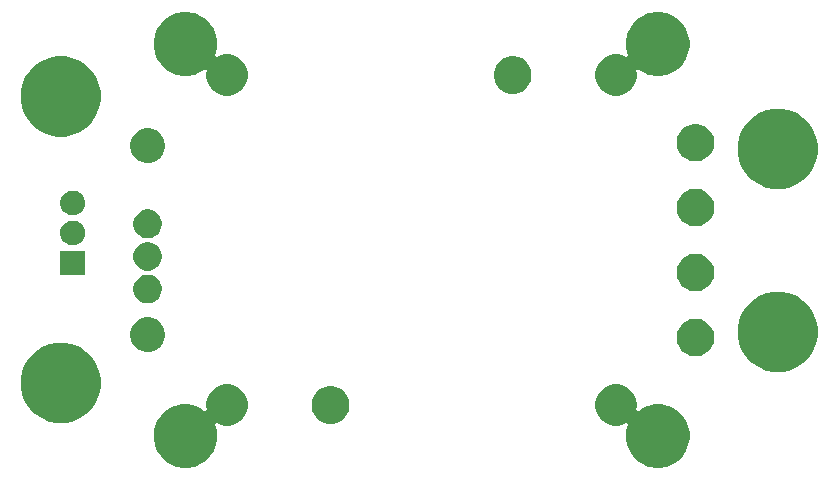
<source format=gbr>
G04 #@! TF.GenerationSoftware,KiCad,Pcbnew,(5.0.2)-1*
G04 #@! TF.CreationDate,2019-03-07T00:09:40-05:00*
G04 #@! TF.ProjectId,vicor-socket,7669636f-722d-4736-9f63-6b65742e6b69,rev?*
G04 #@! TF.SameCoordinates,Original*
G04 #@! TF.FileFunction,Soldermask,Top*
G04 #@! TF.FilePolarity,Negative*
%FSLAX46Y46*%
G04 Gerber Fmt 4.6, Leading zero omitted, Abs format (unit mm)*
G04 Created by KiCad (PCBNEW (5.0.2)-1) date 3/7/2019 12:09:40 AM*
%MOMM*%
%LPD*%
G01*
G04 APERTURE LIST*
%ADD10C,0.100000*%
G04 APERTURE END LIST*
D10*
G36*
X47531456Y-24452252D02*
X47849936Y-24584171D01*
X48136560Y-24775687D01*
X48380314Y-25019441D01*
X48571830Y-25306065D01*
X48703749Y-25624545D01*
X48712760Y-25669849D01*
X48771000Y-25962641D01*
X48771000Y-26307362D01*
X48736794Y-26479326D01*
X48734392Y-26503712D01*
X48736794Y-26528098D01*
X48743907Y-26551547D01*
X48755458Y-26573158D01*
X48771004Y-26592100D01*
X48789946Y-26607646D01*
X48811556Y-26619197D01*
X48835006Y-26626310D01*
X48859392Y-26628712D01*
X48883778Y-26626310D01*
X48907227Y-26619197D01*
X48928838Y-26607646D01*
X49274440Y-26376722D01*
X49608710Y-26238263D01*
X49764897Y-26173568D01*
X49938453Y-26139046D01*
X50285564Y-26070001D01*
X50816436Y-26070001D01*
X51163547Y-26139046D01*
X51337103Y-26173568D01*
X51493290Y-26238263D01*
X51827560Y-26376722D01*
X52268965Y-26671660D01*
X52644341Y-27047036D01*
X52939279Y-27488441D01*
X53021029Y-27685803D01*
X53142433Y-27978898D01*
X53176955Y-28152454D01*
X53246000Y-28499565D01*
X53246000Y-29030437D01*
X53142433Y-29551103D01*
X52939279Y-30041561D01*
X52644341Y-30482966D01*
X52268965Y-30858342D01*
X51827560Y-31153280D01*
X51540257Y-31272285D01*
X51337103Y-31356434D01*
X51163547Y-31390956D01*
X50816436Y-31460001D01*
X50285564Y-31460001D01*
X49938453Y-31390956D01*
X49764897Y-31356434D01*
X49561743Y-31272285D01*
X49274440Y-31153280D01*
X48833035Y-30858342D01*
X48457659Y-30482966D01*
X48162721Y-30041561D01*
X47959567Y-29551103D01*
X47856000Y-29030437D01*
X47856000Y-28499565D01*
X47897427Y-28291299D01*
X47959567Y-27978898D01*
X48013324Y-27849118D01*
X48020435Y-27825674D01*
X48022837Y-27801288D01*
X48020435Y-27776902D01*
X48013322Y-27753453D01*
X48001771Y-27731842D01*
X47986225Y-27712900D01*
X47967283Y-27697354D01*
X47945673Y-27685803D01*
X47922223Y-27678690D01*
X47897837Y-27676288D01*
X47873451Y-27678690D01*
X47850002Y-27685803D01*
X47849939Y-27685829D01*
X47849936Y-27685831D01*
X47531456Y-27817750D01*
X47193360Y-27885001D01*
X46848640Y-27885001D01*
X46510544Y-27817750D01*
X46192064Y-27685831D01*
X45905440Y-27494315D01*
X45661686Y-27250561D01*
X45470170Y-26963937D01*
X45338251Y-26645457D01*
X45271000Y-26307361D01*
X45271000Y-25962641D01*
X45338251Y-25624545D01*
X45470170Y-25306065D01*
X45661686Y-25019441D01*
X45905440Y-24775687D01*
X46192064Y-24584171D01*
X46510544Y-24452252D01*
X46848640Y-24385001D01*
X47193360Y-24385001D01*
X47531456Y-24452252D01*
X47531456Y-24452252D01*
G37*
G36*
X14591456Y-24452252D02*
X14909936Y-24584171D01*
X15196560Y-24775687D01*
X15440314Y-25019441D01*
X15631830Y-25306065D01*
X15763749Y-25624545D01*
X15831000Y-25962641D01*
X15831000Y-26307361D01*
X15763749Y-26645457D01*
X15631830Y-26963937D01*
X15440314Y-27250561D01*
X15196560Y-27494315D01*
X14909936Y-27685831D01*
X14591456Y-27817750D01*
X14253360Y-27885001D01*
X13908640Y-27885001D01*
X13570544Y-27817750D01*
X13252064Y-27685831D01*
X13252061Y-27685829D01*
X13251998Y-27685803D01*
X13228549Y-27678690D01*
X13204163Y-27676288D01*
X13179777Y-27678690D01*
X13156327Y-27685803D01*
X13134717Y-27697354D01*
X13115775Y-27712900D01*
X13100229Y-27731842D01*
X13088678Y-27753453D01*
X13081565Y-27776902D01*
X13079163Y-27801288D01*
X13081565Y-27825674D01*
X13088676Y-27849118D01*
X13142433Y-27978898D01*
X13204573Y-28291299D01*
X13246000Y-28499565D01*
X13246000Y-29030437D01*
X13142433Y-29551103D01*
X12939279Y-30041561D01*
X12644341Y-30482966D01*
X12268965Y-30858342D01*
X11827560Y-31153280D01*
X11540257Y-31272285D01*
X11337103Y-31356434D01*
X11163547Y-31390956D01*
X10816436Y-31460001D01*
X10285564Y-31460001D01*
X9938453Y-31390956D01*
X9764897Y-31356434D01*
X9561743Y-31272285D01*
X9274440Y-31153280D01*
X8833035Y-30858342D01*
X8457659Y-30482966D01*
X8162721Y-30041561D01*
X7959567Y-29551103D01*
X7856000Y-29030437D01*
X7856000Y-28499565D01*
X7925045Y-28152454D01*
X7959567Y-27978898D01*
X8080971Y-27685803D01*
X8162721Y-27488441D01*
X8457659Y-27047036D01*
X8833035Y-26671660D01*
X9274440Y-26376722D01*
X9608710Y-26238263D01*
X9764897Y-26173568D01*
X9938453Y-26139046D01*
X10285564Y-26070001D01*
X10816436Y-26070001D01*
X11163547Y-26139046D01*
X11337103Y-26173568D01*
X11493290Y-26238263D01*
X11827560Y-26376722D01*
X12173162Y-26607646D01*
X12194772Y-26619197D01*
X12218222Y-26626310D01*
X12242608Y-26628712D01*
X12266994Y-26626310D01*
X12290443Y-26619197D01*
X12312054Y-26607646D01*
X12330996Y-26592100D01*
X12346542Y-26573158D01*
X12358093Y-26551548D01*
X12365206Y-26528098D01*
X12367608Y-26503712D01*
X12365206Y-26479326D01*
X12331000Y-26307362D01*
X12331000Y-25962641D01*
X12389240Y-25669849D01*
X12398251Y-25624545D01*
X12530170Y-25306065D01*
X12721686Y-25019441D01*
X12965440Y-24775687D01*
X13252064Y-24584171D01*
X13570544Y-24452252D01*
X13908640Y-24385001D01*
X14253360Y-24385001D01*
X14591456Y-24452252D01*
X14591456Y-24452252D01*
G37*
G36*
X23041944Y-24548723D02*
X23306244Y-24601295D01*
X23596516Y-24721530D01*
X23857754Y-24896083D01*
X24079918Y-25118247D01*
X24254471Y-25379485D01*
X24374706Y-25669757D01*
X24419501Y-25894961D01*
X24436000Y-25977906D01*
X24436000Y-26292096D01*
X24432963Y-26307362D01*
X24374706Y-26600245D01*
X24254471Y-26890517D01*
X24079918Y-27151755D01*
X23857754Y-27373919D01*
X23596516Y-27548472D01*
X23306244Y-27668707D01*
X23041944Y-27721279D01*
X22998095Y-27730001D01*
X22683905Y-27730001D01*
X22640056Y-27721279D01*
X22375756Y-27668707D01*
X22085484Y-27548472D01*
X21824246Y-27373919D01*
X21602082Y-27151755D01*
X21427529Y-26890517D01*
X21307294Y-26600245D01*
X21249037Y-26307362D01*
X21246000Y-26292096D01*
X21246000Y-25977906D01*
X21262499Y-25894961D01*
X21307294Y-25669757D01*
X21427529Y-25379485D01*
X21602082Y-25118247D01*
X21824246Y-24896083D01*
X22085484Y-24721530D01*
X22375756Y-24601295D01*
X22640056Y-24548723D01*
X22683905Y-24540001D01*
X22998095Y-24540001D01*
X23041944Y-24548723D01*
X23041944Y-24548723D01*
G37*
G36*
X991743Y-20987660D02*
X1610503Y-21243958D01*
X2167377Y-21616050D01*
X2640950Y-22089623D01*
X3013042Y-22646497D01*
X3269340Y-23265257D01*
X3400000Y-23922128D01*
X3400000Y-24591872D01*
X3269340Y-25248743D01*
X3013042Y-25867503D01*
X2640950Y-26424377D01*
X2167377Y-26897950D01*
X1610503Y-27270042D01*
X991743Y-27526340D01*
X334872Y-27657000D01*
X-334872Y-27657000D01*
X-991743Y-27526340D01*
X-1610503Y-27270042D01*
X-2167377Y-26897950D01*
X-2640950Y-26424377D01*
X-3013042Y-25867503D01*
X-3269340Y-25248743D01*
X-3400000Y-24591872D01*
X-3400000Y-23922128D01*
X-3269340Y-23265257D01*
X-3013042Y-22646497D01*
X-2640950Y-22089623D01*
X-2167377Y-21616050D01*
X-1610503Y-21243958D01*
X-991743Y-20987660D01*
X-334872Y-20857000D01*
X334872Y-20857000D01*
X991743Y-20987660D01*
X991743Y-20987660D01*
G37*
G36*
X61697743Y-16669660D02*
X62316503Y-16925958D01*
X62873377Y-17298050D01*
X63346950Y-17771623D01*
X63719042Y-18328497D01*
X63975340Y-18947257D01*
X64106000Y-19604128D01*
X64106000Y-20273872D01*
X63975340Y-20930743D01*
X63719042Y-21549503D01*
X63346950Y-22106377D01*
X62873377Y-22579950D01*
X62316503Y-22952042D01*
X61697743Y-23208340D01*
X61040872Y-23339000D01*
X60371128Y-23339000D01*
X59714257Y-23208340D01*
X59095497Y-22952042D01*
X58538623Y-22579950D01*
X58065050Y-22106377D01*
X57692958Y-21549503D01*
X57436660Y-20930743D01*
X57306000Y-20273872D01*
X57306000Y-19604128D01*
X57436660Y-18947257D01*
X57692958Y-18328497D01*
X58065050Y-17771623D01*
X58538623Y-17298050D01*
X59095497Y-16925958D01*
X59714257Y-16669660D01*
X60371128Y-16539000D01*
X61040872Y-16539000D01*
X61697743Y-16669660D01*
X61697743Y-16669660D01*
G37*
G36*
X53941944Y-18828723D02*
X54206244Y-18881295D01*
X54496516Y-19001530D01*
X54757754Y-19176083D01*
X54979918Y-19398247D01*
X55154471Y-19659485D01*
X55274706Y-19949757D01*
X55288819Y-20020711D01*
X55336000Y-20257906D01*
X55336000Y-20572096D01*
X55331976Y-20592326D01*
X55274706Y-20880245D01*
X55154471Y-21170517D01*
X54979918Y-21431755D01*
X54757754Y-21653919D01*
X54496516Y-21828472D01*
X54206244Y-21948707D01*
X53941944Y-22001279D01*
X53898095Y-22010001D01*
X53583905Y-22010001D01*
X53540056Y-22001279D01*
X53275756Y-21948707D01*
X52985484Y-21828472D01*
X52724246Y-21653919D01*
X52502082Y-21431755D01*
X52327529Y-21170517D01*
X52207294Y-20880245D01*
X52150024Y-20592326D01*
X52146000Y-20572096D01*
X52146000Y-20257906D01*
X52193181Y-20020711D01*
X52207294Y-19949757D01*
X52327529Y-19659485D01*
X52502082Y-19398247D01*
X52724246Y-19176083D01*
X52985484Y-19001530D01*
X53275756Y-18881295D01*
X53540056Y-18828723D01*
X53583905Y-18820001D01*
X53898095Y-18820001D01*
X53941944Y-18828723D01*
X53941944Y-18828723D01*
G37*
G36*
X7545474Y-18707994D02*
X7788325Y-18756300D01*
X8054938Y-18866734D01*
X8294883Y-19027061D01*
X8498940Y-19231118D01*
X8659267Y-19471063D01*
X8769701Y-19737676D01*
X8774934Y-19763986D01*
X8821502Y-19998095D01*
X8826000Y-20020711D01*
X8826000Y-20309291D01*
X8769701Y-20592326D01*
X8659267Y-20858939D01*
X8498940Y-21098884D01*
X8294883Y-21302941D01*
X8054938Y-21463268D01*
X7788325Y-21573702D01*
X7576049Y-21615926D01*
X7505291Y-21630001D01*
X7216709Y-21630001D01*
X7145951Y-21615926D01*
X6933675Y-21573702D01*
X6667062Y-21463268D01*
X6427117Y-21302941D01*
X6223060Y-21098884D01*
X6062733Y-20858939D01*
X5952299Y-20592326D01*
X5896000Y-20309291D01*
X5896000Y-20020711D01*
X5900499Y-19998095D01*
X5947066Y-19763986D01*
X5952299Y-19737676D01*
X6062733Y-19471063D01*
X6223060Y-19231118D01*
X6427117Y-19027061D01*
X6667062Y-18866734D01*
X6933675Y-18756300D01*
X7176526Y-18707994D01*
X7216709Y-18700001D01*
X7505291Y-18700001D01*
X7545474Y-18707994D01*
X7545474Y-18707994D01*
G37*
G36*
X7713944Y-15131500D02*
X7934150Y-15222713D01*
X8132330Y-15355132D01*
X8300869Y-15523671D01*
X8433288Y-15721851D01*
X8524501Y-15942057D01*
X8571000Y-16175826D01*
X8571000Y-16414176D01*
X8524501Y-16647945D01*
X8433288Y-16868151D01*
X8300869Y-17066331D01*
X8132330Y-17234870D01*
X7934150Y-17367289D01*
X7713944Y-17458502D01*
X7480175Y-17505001D01*
X7241825Y-17505001D01*
X7008056Y-17458502D01*
X6787850Y-17367289D01*
X6589670Y-17234870D01*
X6421131Y-17066331D01*
X6288712Y-16868151D01*
X6197499Y-16647945D01*
X6151000Y-16414176D01*
X6151000Y-16175826D01*
X6197499Y-15942057D01*
X6288712Y-15721851D01*
X6421131Y-15523671D01*
X6589670Y-15355132D01*
X6787850Y-15222713D01*
X7008056Y-15131500D01*
X7241825Y-15085001D01*
X7480175Y-15085001D01*
X7713944Y-15131500D01*
X7713944Y-15131500D01*
G37*
G36*
X53941944Y-13328723D02*
X54206244Y-13381295D01*
X54496516Y-13501530D01*
X54757754Y-13676083D01*
X54979918Y-13898247D01*
X55154471Y-14159485D01*
X55274706Y-14449757D01*
X55336000Y-14757907D01*
X55336000Y-15072095D01*
X55274706Y-15380245D01*
X55154471Y-15670517D01*
X54979918Y-15931755D01*
X54757754Y-16153919D01*
X54496516Y-16328472D01*
X54206244Y-16448707D01*
X53941944Y-16501279D01*
X53898095Y-16510001D01*
X53583905Y-16510001D01*
X53540056Y-16501279D01*
X53275756Y-16448707D01*
X52985484Y-16328472D01*
X52724246Y-16153919D01*
X52502082Y-15931755D01*
X52327529Y-15670517D01*
X52207294Y-15380245D01*
X52146000Y-15072095D01*
X52146000Y-14757907D01*
X52207294Y-14449757D01*
X52327529Y-14159485D01*
X52502082Y-13898247D01*
X52724246Y-13676083D01*
X52985484Y-13501530D01*
X53275756Y-13381295D01*
X53540056Y-13328723D01*
X53583905Y-13320001D01*
X53898095Y-13320001D01*
X53941944Y-13328723D01*
X53941944Y-13328723D01*
G37*
G36*
X2066000Y-15147000D02*
X-34000Y-15147000D01*
X-34000Y-13047000D01*
X2066000Y-13047000D01*
X2066000Y-15147000D01*
X2066000Y-15147000D01*
G37*
G36*
X7713944Y-12381500D02*
X7934150Y-12472713D01*
X8132330Y-12605132D01*
X8300869Y-12773671D01*
X8433288Y-12971851D01*
X8524501Y-13192057D01*
X8571000Y-13425826D01*
X8571000Y-13664176D01*
X8524501Y-13897945D01*
X8433288Y-14118151D01*
X8300869Y-14316331D01*
X8132330Y-14484870D01*
X7934150Y-14617289D01*
X7713944Y-14708502D01*
X7480175Y-14755001D01*
X7241825Y-14755001D01*
X7008056Y-14708502D01*
X6787850Y-14617289D01*
X6589670Y-14484870D01*
X6421131Y-14316331D01*
X6288712Y-14118151D01*
X6197499Y-13897945D01*
X6151000Y-13664176D01*
X6151000Y-13425826D01*
X6197499Y-13192057D01*
X6288712Y-12971851D01*
X6421131Y-12773671D01*
X6589670Y-12605132D01*
X6787850Y-12472713D01*
X7008056Y-12381500D01*
X7241825Y-12335001D01*
X7480175Y-12335001D01*
X7713944Y-12381500D01*
X7713944Y-12381500D01*
G37*
G36*
X1144707Y-10514597D02*
X1221836Y-10522193D01*
X1353787Y-10562220D01*
X1419763Y-10582233D01*
X1602172Y-10679733D01*
X1762054Y-10810946D01*
X1893267Y-10970828D01*
X1990767Y-11153237D01*
X1990767Y-11153238D01*
X2050807Y-11351164D01*
X2071080Y-11557000D01*
X2050807Y-11762836D01*
X2022155Y-11857289D01*
X1990767Y-11960763D01*
X1893267Y-12143172D01*
X1762054Y-12303054D01*
X1602172Y-12434267D01*
X1419763Y-12531767D01*
X1353787Y-12551780D01*
X1221836Y-12591807D01*
X1144707Y-12599404D01*
X1067580Y-12607000D01*
X964420Y-12607000D01*
X887293Y-12599404D01*
X810164Y-12591807D01*
X678213Y-12551780D01*
X612237Y-12531767D01*
X429828Y-12434267D01*
X269946Y-12303054D01*
X138733Y-12143172D01*
X41233Y-11960763D01*
X9845Y-11857289D01*
X-18807Y-11762836D01*
X-39080Y-11557000D01*
X-18807Y-11351164D01*
X41233Y-11153238D01*
X41233Y-11153237D01*
X138733Y-10970828D01*
X269946Y-10810946D01*
X429828Y-10679733D01*
X612237Y-10582233D01*
X678213Y-10562220D01*
X810164Y-10522193D01*
X887293Y-10514597D01*
X964420Y-10507000D01*
X1067580Y-10507000D01*
X1144707Y-10514597D01*
X1144707Y-10514597D01*
G37*
G36*
X7713944Y-9621500D02*
X7934150Y-9712713D01*
X8132330Y-9845132D01*
X8300869Y-10013671D01*
X8433288Y-10211851D01*
X8524501Y-10432057D01*
X8571000Y-10665826D01*
X8571000Y-10904176D01*
X8524501Y-11137945D01*
X8433288Y-11358151D01*
X8300869Y-11556331D01*
X8132330Y-11724870D01*
X7934150Y-11857289D01*
X7713944Y-11948502D01*
X7480175Y-11995001D01*
X7241825Y-11995001D01*
X7008056Y-11948502D01*
X6787850Y-11857289D01*
X6589670Y-11724870D01*
X6421131Y-11556331D01*
X6288712Y-11358151D01*
X6197499Y-11137945D01*
X6151000Y-10904176D01*
X6151000Y-10665826D01*
X6197499Y-10432057D01*
X6288712Y-10211851D01*
X6421131Y-10013671D01*
X6589670Y-9845132D01*
X6787850Y-9712713D01*
X7008056Y-9621500D01*
X7241825Y-9575001D01*
X7480175Y-9575001D01*
X7713944Y-9621500D01*
X7713944Y-9621500D01*
G37*
G36*
X53941944Y-7828723D02*
X54206244Y-7881295D01*
X54496516Y-8001530D01*
X54757754Y-8176083D01*
X54979918Y-8398247D01*
X55154471Y-8659485D01*
X55274706Y-8949757D01*
X55327278Y-9214057D01*
X55336000Y-9257906D01*
X55336000Y-9572096D01*
X55327278Y-9615945D01*
X55274706Y-9880245D01*
X55154471Y-10170517D01*
X54979918Y-10431755D01*
X54757754Y-10653919D01*
X54496516Y-10828472D01*
X54206244Y-10948707D01*
X53941944Y-11001279D01*
X53898095Y-11010001D01*
X53583905Y-11010001D01*
X53540056Y-11001279D01*
X53275756Y-10948707D01*
X52985484Y-10828472D01*
X52724246Y-10653919D01*
X52502082Y-10431755D01*
X52327529Y-10170517D01*
X52207294Y-9880245D01*
X52154722Y-9615945D01*
X52146000Y-9572096D01*
X52146000Y-9257906D01*
X52154722Y-9214057D01*
X52207294Y-8949757D01*
X52327529Y-8659485D01*
X52502082Y-8398247D01*
X52724246Y-8176083D01*
X52985484Y-8001530D01*
X53275756Y-7881295D01*
X53540056Y-7828723D01*
X53583905Y-7820001D01*
X53898095Y-7820001D01*
X53941944Y-7828723D01*
X53941944Y-7828723D01*
G37*
G36*
X1144707Y-7974596D02*
X1221836Y-7982193D01*
X1353787Y-8022220D01*
X1419763Y-8042233D01*
X1602172Y-8139733D01*
X1762054Y-8270946D01*
X1893267Y-8430828D01*
X1990767Y-8613237D01*
X2010780Y-8679213D01*
X2050807Y-8811164D01*
X2071080Y-9017000D01*
X2050807Y-9222836D01*
X2040168Y-9257907D01*
X1990767Y-9420763D01*
X1893267Y-9603172D01*
X1762054Y-9763054D01*
X1602172Y-9894267D01*
X1419763Y-9991767D01*
X1353787Y-10011780D01*
X1221836Y-10051807D01*
X1144707Y-10059404D01*
X1067580Y-10067000D01*
X964420Y-10067000D01*
X887293Y-10059404D01*
X810164Y-10051807D01*
X678213Y-10011780D01*
X612237Y-9991767D01*
X429828Y-9894267D01*
X269946Y-9763054D01*
X138733Y-9603172D01*
X41233Y-9420763D01*
X-8168Y-9257907D01*
X-18807Y-9222836D01*
X-39080Y-9017000D01*
X-18807Y-8811164D01*
X21220Y-8679213D01*
X41233Y-8613237D01*
X138733Y-8430828D01*
X269946Y-8270946D01*
X429828Y-8139733D01*
X612237Y-8042233D01*
X678213Y-8022220D01*
X810164Y-7982193D01*
X887293Y-7974596D01*
X964420Y-7967000D01*
X1067580Y-7967000D01*
X1144707Y-7974596D01*
X1144707Y-7974596D01*
G37*
G36*
X61697743Y-1175660D02*
X62316503Y-1431958D01*
X62873377Y-1804050D01*
X63346950Y-2277623D01*
X63719042Y-2834497D01*
X63975340Y-3453257D01*
X64106000Y-4110128D01*
X64106000Y-4779872D01*
X63975340Y-5436743D01*
X63719042Y-6055503D01*
X63346950Y-6612377D01*
X62873377Y-7085950D01*
X62316503Y-7458042D01*
X61697743Y-7714340D01*
X61040872Y-7845000D01*
X60371128Y-7845000D01*
X59714257Y-7714340D01*
X59095497Y-7458042D01*
X58538623Y-7085950D01*
X58065050Y-6612377D01*
X57692958Y-6055503D01*
X57436660Y-5436743D01*
X57306000Y-4779872D01*
X57306000Y-4110128D01*
X57436660Y-3453257D01*
X57692958Y-2834497D01*
X58065050Y-2277623D01*
X58538623Y-1804050D01*
X59095497Y-1431958D01*
X59714257Y-1175660D01*
X60371128Y-1045000D01*
X61040872Y-1045000D01*
X61697743Y-1175660D01*
X61697743Y-1175660D01*
G37*
G36*
X7576049Y-2714076D02*
X7788325Y-2756300D01*
X8054938Y-2866734D01*
X8294883Y-3027061D01*
X8498940Y-3231118D01*
X8659267Y-3471063D01*
X8769701Y-3737676D01*
X8826000Y-4020711D01*
X8826000Y-4309291D01*
X8769701Y-4592326D01*
X8659267Y-4858939D01*
X8498940Y-5098884D01*
X8294883Y-5302941D01*
X8054938Y-5463268D01*
X7788325Y-5573702D01*
X7576049Y-5615926D01*
X7505291Y-5630001D01*
X7216709Y-5630001D01*
X7145951Y-5615926D01*
X6933675Y-5573702D01*
X6667062Y-5463268D01*
X6427117Y-5302941D01*
X6223060Y-5098884D01*
X6062733Y-4858939D01*
X5952299Y-4592326D01*
X5896000Y-4309291D01*
X5896000Y-4020711D01*
X5952299Y-3737676D01*
X6062733Y-3471063D01*
X6223060Y-3231118D01*
X6427117Y-3027061D01*
X6667062Y-2866734D01*
X6933675Y-2756300D01*
X7145951Y-2714076D01*
X7216709Y-2700001D01*
X7505291Y-2700001D01*
X7576049Y-2714076D01*
X7576049Y-2714076D01*
G37*
G36*
X53941944Y-2328723D02*
X54206244Y-2381295D01*
X54496516Y-2501530D01*
X54757754Y-2676083D01*
X54979918Y-2898247D01*
X55154471Y-3159485D01*
X55274706Y-3449757D01*
X55327278Y-3714057D01*
X55331977Y-3737679D01*
X55336000Y-3757907D01*
X55336000Y-4072095D01*
X55274706Y-4380245D01*
X55154471Y-4670517D01*
X54979918Y-4931755D01*
X54757754Y-5153919D01*
X54496516Y-5328472D01*
X54206244Y-5448707D01*
X53941944Y-5501279D01*
X53898095Y-5510001D01*
X53583905Y-5510001D01*
X53540056Y-5501279D01*
X53275756Y-5448707D01*
X52985484Y-5328472D01*
X52724246Y-5153919D01*
X52502082Y-4931755D01*
X52327529Y-4670517D01*
X52207294Y-4380245D01*
X52146000Y-4072095D01*
X52146000Y-3757907D01*
X52150024Y-3737679D01*
X52154722Y-3714057D01*
X52207294Y-3449757D01*
X52327529Y-3159485D01*
X52502082Y-2898247D01*
X52724246Y-2676083D01*
X52985484Y-2501530D01*
X53275756Y-2381295D01*
X53540056Y-2328723D01*
X53583905Y-2320001D01*
X53898095Y-2320001D01*
X53941944Y-2328723D01*
X53941944Y-2328723D01*
G37*
G36*
X991743Y3269340D02*
X1610503Y3013042D01*
X2167377Y2640950D01*
X2640950Y2167377D01*
X3013042Y1610503D01*
X3269340Y991743D01*
X3400000Y334872D01*
X3400000Y-334872D01*
X3269340Y-991743D01*
X3013042Y-1610503D01*
X2640950Y-2167377D01*
X2167377Y-2640950D01*
X1610503Y-3013042D01*
X991743Y-3269340D01*
X334872Y-3400000D01*
X-334872Y-3400000D01*
X-991743Y-3269340D01*
X-1610503Y-3013042D01*
X-2167377Y-2640950D01*
X-2640950Y-2167377D01*
X-3013042Y-1610503D01*
X-3269340Y-991743D01*
X-3400000Y-334872D01*
X-3400000Y334872D01*
X-3269340Y991743D01*
X-3013042Y1610503D01*
X-2640950Y2167377D01*
X-2167377Y2640950D01*
X-1610503Y3013042D01*
X-991743Y3269340D01*
X-334872Y3400000D01*
X334872Y3400000D01*
X991743Y3269340D01*
X991743Y3269340D01*
G37*
G36*
X11163547Y7060954D02*
X11337103Y7026432D01*
X11540257Y6942283D01*
X11827560Y6823278D01*
X12268965Y6528340D01*
X12644341Y6152964D01*
X12939279Y5711559D01*
X13058284Y5424256D01*
X13142433Y5221102D01*
X13246000Y4700433D01*
X13246000Y4169565D01*
X13142433Y3648896D01*
X13088676Y3519116D01*
X13081565Y3495672D01*
X13079163Y3471286D01*
X13081565Y3446900D01*
X13088678Y3423451D01*
X13100229Y3401840D01*
X13115775Y3382898D01*
X13134717Y3367352D01*
X13156327Y3355801D01*
X13179777Y3348688D01*
X13204163Y3346286D01*
X13228549Y3348688D01*
X13251998Y3355801D01*
X13252061Y3355827D01*
X13252064Y3355829D01*
X13570544Y3487748D01*
X13908640Y3554999D01*
X14253360Y3554999D01*
X14591456Y3487748D01*
X14909936Y3355829D01*
X15196560Y3164313D01*
X15440314Y2920559D01*
X15631830Y2633935D01*
X15763749Y2315455D01*
X15831000Y1977359D01*
X15831000Y1632639D01*
X15763749Y1294543D01*
X15631830Y976063D01*
X15440314Y689439D01*
X15196560Y445685D01*
X14909936Y254169D01*
X14591456Y122250D01*
X14253360Y54999D01*
X13908640Y54999D01*
X13570544Y122250D01*
X13252064Y254169D01*
X12965440Y445685D01*
X12721686Y689439D01*
X12530170Y976063D01*
X12398251Y1294543D01*
X12331000Y1632639D01*
X12331000Y1977359D01*
X12331777Y1981263D01*
X12365206Y2149324D01*
X12367608Y2173710D01*
X12365206Y2198096D01*
X12358093Y2221545D01*
X12346542Y2243156D01*
X12330996Y2262098D01*
X12312054Y2277644D01*
X12290444Y2289195D01*
X12266994Y2296308D01*
X12242608Y2298710D01*
X12218222Y2296308D01*
X12194773Y2289195D01*
X12173162Y2277644D01*
X11827560Y2046720D01*
X11660107Y1977359D01*
X11337103Y1843566D01*
X11163547Y1809044D01*
X10816436Y1739999D01*
X10285564Y1739999D01*
X9938453Y1809044D01*
X9764897Y1843566D01*
X9441893Y1977359D01*
X9274440Y2046720D01*
X8833035Y2341658D01*
X8457659Y2717034D01*
X8162721Y3158439D01*
X7959567Y3648897D01*
X7959567Y3648899D01*
X7856000Y4169565D01*
X7856000Y4700433D01*
X7959567Y5221102D01*
X8043716Y5424256D01*
X8162721Y5711559D01*
X8457659Y6152964D01*
X8833035Y6528340D01*
X9274440Y6823278D01*
X9561743Y6942283D01*
X9764897Y7026432D01*
X9938453Y7060954D01*
X10285564Y7129999D01*
X10816436Y7129999D01*
X11163547Y7060954D01*
X11163547Y7060954D01*
G37*
G36*
X51163547Y7060954D02*
X51337103Y7026432D01*
X51540257Y6942283D01*
X51827560Y6823278D01*
X52268965Y6528340D01*
X52644341Y6152964D01*
X52939279Y5711559D01*
X53058284Y5424256D01*
X53142433Y5221102D01*
X53246000Y4700433D01*
X53246000Y4169565D01*
X53142434Y3648899D01*
X53142433Y3648897D01*
X52939279Y3158439D01*
X52644341Y2717034D01*
X52268965Y2341658D01*
X51827560Y2046720D01*
X51660107Y1977359D01*
X51337103Y1843566D01*
X51163547Y1809044D01*
X50816436Y1739999D01*
X50285564Y1739999D01*
X49938453Y1809044D01*
X49764897Y1843566D01*
X49441893Y1977359D01*
X49274440Y2046720D01*
X48928838Y2277644D01*
X48907228Y2289195D01*
X48883778Y2296308D01*
X48859392Y2298710D01*
X48835006Y2296308D01*
X48811557Y2289195D01*
X48789946Y2277644D01*
X48771004Y2262098D01*
X48755458Y2243156D01*
X48743907Y2221546D01*
X48736794Y2198096D01*
X48734392Y2173710D01*
X48736794Y2149324D01*
X48770224Y1981263D01*
X48771000Y1977359D01*
X48771000Y1632639D01*
X48703749Y1294543D01*
X48571830Y976063D01*
X48380314Y689439D01*
X48136560Y445685D01*
X47849936Y254169D01*
X47531456Y122250D01*
X47193360Y54999D01*
X46848640Y54999D01*
X46510544Y122250D01*
X46192064Y254169D01*
X45905440Y445685D01*
X45661686Y689439D01*
X45470170Y976063D01*
X45338251Y1294543D01*
X45271000Y1632639D01*
X45271000Y1977359D01*
X45338251Y2315455D01*
X45470170Y2633935D01*
X45661686Y2920559D01*
X45905440Y3164313D01*
X46192064Y3355829D01*
X46510544Y3487748D01*
X46848640Y3554999D01*
X47193360Y3554999D01*
X47531456Y3487748D01*
X47849936Y3355829D01*
X47849939Y3355827D01*
X47850002Y3355801D01*
X47873451Y3348688D01*
X47897837Y3346286D01*
X47922223Y3348688D01*
X47945673Y3355801D01*
X47967283Y3367352D01*
X47986225Y3382898D01*
X48001771Y3401840D01*
X48013322Y3423451D01*
X48020435Y3446900D01*
X48022837Y3471286D01*
X48020435Y3495672D01*
X48013324Y3519116D01*
X47959567Y3648896D01*
X47856000Y4169565D01*
X47856000Y4700433D01*
X47959567Y5221102D01*
X48043716Y5424256D01*
X48162721Y5711559D01*
X48457659Y6152964D01*
X48833035Y6528340D01*
X49274440Y6823278D01*
X49561743Y6942283D01*
X49764897Y7026432D01*
X49938453Y7060954D01*
X50285564Y7129999D01*
X50816436Y7129999D01*
X51163547Y7060954D01*
X51163547Y7060954D01*
G37*
G36*
X38461944Y3391277D02*
X38726244Y3338705D01*
X39016516Y3218470D01*
X39277754Y3043917D01*
X39499918Y2821753D01*
X39674471Y2560515D01*
X39794706Y2270243D01*
X39839167Y2046720D01*
X39856000Y1962094D01*
X39856000Y1647904D01*
X39848561Y1610504D01*
X39794706Y1339755D01*
X39674471Y1049483D01*
X39499918Y788245D01*
X39277754Y566081D01*
X39016516Y391528D01*
X38726244Y271293D01*
X38461944Y218721D01*
X38418095Y209999D01*
X38103905Y209999D01*
X38060056Y218721D01*
X37795756Y271293D01*
X37505484Y391528D01*
X37244246Y566081D01*
X37022082Y788245D01*
X36847529Y1049483D01*
X36727294Y1339755D01*
X36673439Y1610504D01*
X36666000Y1647904D01*
X36666000Y1962094D01*
X36682833Y2046720D01*
X36727294Y2270243D01*
X36847529Y2560515D01*
X37022082Y2821753D01*
X37244246Y3043917D01*
X37505484Y3218470D01*
X37795756Y3338705D01*
X38060056Y3391277D01*
X38103905Y3399999D01*
X38418095Y3399999D01*
X38461944Y3391277D01*
X38461944Y3391277D01*
G37*
M02*

</source>
